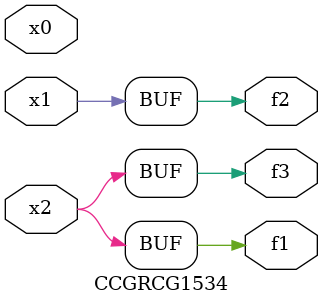
<source format=v>
module CCGRCG1534(
	input x0, x1, x2,
	output f1, f2, f3
);
	assign f1 = x2;
	assign f2 = x1;
	assign f3 = x2;
endmodule

</source>
